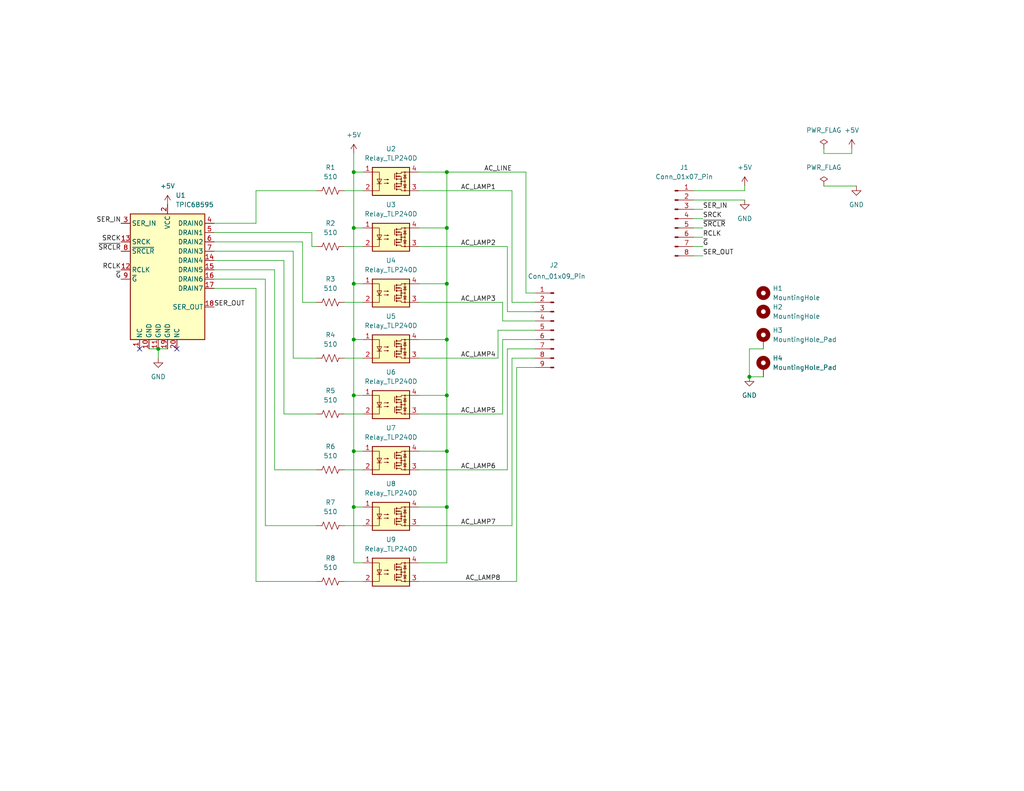
<source format=kicad_sch>
(kicad_sch (version 20231120) (generator "eeschema") (generator_version "8.0")
  (paper "USLetter")
  (lib_symbols
    (symbol "Connector:Conn_01x08_Pin" (pin_names (offset 1.016) hide)
      (property "Reference" "J" (at 0 10.16 0))
      (property "Value" "Conn_01x08_Pin" (at 0 -12.7 0))
      (symbol "Conn_01x08_Pin_1_1"
        (polyline (pts (xy 1.27 -10.16) (xy 0.8636 -10.16)) (stroke (width 0.1524)))
        (polyline (pts (xy 1.27 -7.62) (xy 0.8636 -7.62)) (stroke (width 0.1524)))
        (polyline (pts (xy 1.27 -5.08) (xy 0.8636 -5.08)) (stroke (width 0.1524)))
        (polyline (pts (xy 1.27 -2.54) (xy 0.8636 -2.54)) (stroke (width 0.1524)))
        (polyline (pts (xy 1.27 0) (xy 0.8636 0)) (stroke (width 0.1524)))
        (polyline (pts (xy 1.27 2.54) (xy 0.8636 2.54)) (stroke (width 0.1524)))
        (polyline (pts (xy 1.27 5.08) (xy 0.8636 5.08)) (stroke (width 0.1524)))
        (polyline (pts (xy 1.27 7.62) (xy 0.8636 7.62)) (stroke (width 0.1524)))
        (rectangle (start 0.8636 -10.033) (end 0 -10.287) (stroke (width 0.1524)) (fill (type outline)))
        (rectangle (start 0.8636 -7.493) (end 0 -7.747) (stroke (width 0.1524)) (fill (type outline)))
        (rectangle (start 0.8636 -4.953) (end 0 -5.207) (stroke (width 0.1524)) (fill (type outline)))
        (rectangle (start 0.8636 -2.413) (end 0 -2.667) (stroke (width 0.1524)) (fill (type outline)))
        (rectangle (start 0.8636 0.127) (end 0 -0.127) (stroke (width 0.1524)) (fill (type outline)))
        (rectangle (start 0.8636 2.667) (end 0 2.413) (stroke (width 0.1524)) (fill (type outline)))
        (rectangle (start 0.8636 5.207) (end 0 4.953) (stroke (width 0.1524)) (fill (type outline)))
        (rectangle (start 0.8636 7.747) (end 0 7.493) (stroke (width 0.1524)) (fill (type outline)))
        (pin passive line (at 5.08 7.62 180) (length 3.81) (name "Pin_1") (number "1"))
        (pin passive line (at 5.08 5.08 180) (length 3.81) (name "Pin_2") (number "2"))
        (pin passive line (at 5.08 2.54 180) (length 3.81) (name "Pin_3") (number "3"))
        (pin passive line (at 5.08 0 180) (length 3.81) (name "Pin_4") (number "4"))
        (pin passive line (at 5.08 -2.54 180) (length 3.81) (name "Pin_5") (number "5"))
        (pin passive line (at 5.08 -5.08 180) (length 3.81) (name "Pin_6") (number "6"))
        (pin passive line (at 5.08 -7.62 180) (length 3.81) (name "Pin_7") (number "7"))
        (pin passive line (at 5.08 -10.16 180) (length 3.81) (name "Pin_8") (number "8"))
      )
    )
    (symbol "Connector:Conn_01x09_Pin" (pin_names (offset 1.016) hide)
      (property "Reference" "J" (at 0 12.7 0))
      (property "Value" "Conn_01x09_Pin" (at 0 -12.7 0))
      (symbol "Conn_01x09_Pin_1_1"
        (polyline (pts (xy 1.27 -10.16) (xy 0.8636 -10.16)) (stroke (width 0.1524)))
        (polyline (pts (xy 1.27 -7.62) (xy 0.8636 -7.62)) (stroke (width 0.1524)))
        (polyline (pts (xy 1.27 -5.08) (xy 0.8636 -5.08)) (stroke (width 0.1524)))
        (polyline (pts (xy 1.27 -2.54) (xy 0.8636 -2.54)) (stroke (width 0.1524)))
        (polyline (pts (xy 1.27 0) (xy 0.8636 0)) (stroke (width 0.1524)))
        (polyline (pts (xy 1.27 2.54) (xy 0.8636 2.54)) (stroke (width 0.1524)))
        (polyline (pts (xy 1.27 5.08) (xy 0.8636 5.08)) (stroke (width 0.1524)))
        (polyline (pts (xy 1.27 7.62) (xy 0.8636 7.62)) (stroke (width 0.1524)))
        (polyline (pts (xy 1.27 10.16) (xy 0.8636 10.16)) (stroke (width 0.1524)))
        (rectangle (start 0.8636 -10.033) (end 0 -10.287) (stroke (width 0.1524)) (fill (type outline)))
        (rectangle (start 0.8636 -7.493) (end 0 -7.747) (stroke (width 0.1524)) (fill (type outline)))
        (rectangle (start 0.8636 -4.953) (end 0 -5.207) (stroke (width 0.1524)) (fill (type outline)))
        (rectangle (start 0.8636 -2.413) (end 0 -2.667) (stroke (width 0.1524)) (fill (type outline)))
        (rectangle (start 0.8636 0.127) (end 0 -0.127) (stroke (width 0.1524)) (fill (type outline)))
        (rectangle (start 0.8636 2.667) (end 0 2.413) (stroke (width 0.1524)) (fill (type outline)))
        (rectangle (start 0.8636 5.207) (end 0 4.953) (stroke (width 0.1524)) (fill (type outline)))
        (rectangle (start 0.8636 7.747) (end 0 7.493) (stroke (width 0.1524)) (fill (type outline)))
        (rectangle (start 0.8636 10.287) (end 0 10.033) (stroke (width 0.1524)) (fill (type outline)))
        (pin passive line (at 5.08 10.16 180) (length 3.81) (name "Pin_1") (number "1"))
        (pin passive line (at 5.08 7.62 180) (length 3.81) (name "Pin_2") (number "2"))
        (pin passive line (at 5.08 5.08 180) (length 3.81) (name "Pin_3") (number "3"))
        (pin passive line (at 5.08 2.54 180) (length 3.81) (name "Pin_4") (number "4"))
        (pin passive line (at 5.08 0 180) (length 3.81) (name "Pin_5") (number "5"))
        (pin passive line (at 5.08 -2.54 180) (length 3.81) (name "Pin_6") (number "6"))
        (pin passive line (at 5.08 -5.08 180) (length 3.81) (name "Pin_7") (number "7"))
        (pin passive line (at 5.08 -7.62 180) (length 3.81) (name "Pin_8") (number "8"))
        (pin passive line (at 5.08 -10.16 180) (length 3.81) (name "Pin_9") (number "9"))
      )
    )
    (symbol "Device:R_US" (pin_numbers hide) (pin_names (offset 0))
      (property "Reference" "R" (at 2.54 0 90))
      (property "Value" "R_US" (at -2.54 0 90))
      (symbol "R_US_0_1"
        (polyline (pts (xy 0 -2.286) (xy 0 -2.54)))
        (polyline (pts (xy 0 2.286) (xy 0 2.54)))
        (polyline (pts (xy 0 -0.762) (xy 1.016 -1.143) (xy 0 -1.524) (xy -1.016 -1.905) (xy 0 -2.286)))
        (polyline (pts (xy 0 0.762) (xy 1.016 0.381) (xy 0 0) (xy -1.016 -0.381) (xy 0 -0.762)))
        (polyline (pts (xy 0 2.286) (xy 1.016 1.905) (xy 0 1.524) (xy -1.016 1.143) (xy 0 0.762)))
      )
      (symbol "R_US_1_1"
        (pin passive line (at 0 3.81 270) (length 1.27) (name "~") (number "1"))
        (pin passive line (at 0 -3.81 90) (length 1.27) (name "~") (number "2"))
      )
    )
    (symbol "Library:Relay_TLP240D"
      (property "Reference" "U" (at -5.08 5.08 0))
      (property "Value" "Relay_TLP240D" (at 0 5.08 0))
      (symbol "Relay_TLP240D_0_1"
        (rectangle (start -5.08 3.81) (end 5.08 -3.81) (stroke (width 0.254)) (fill (type background)))
        (polyline (pts (xy -3.81 -0.635) (xy -2.54 -0.635)))
        (polyline (pts (xy 1.016 -0.635) (xy 1.016 -2.159)) (stroke (width 0.2032)))
        (polyline (pts (xy 1.016 2.159) (xy 1.016 0.635)) (stroke (width 0.2032)))
        (polyline (pts (xy 1.524 -0.508) (xy 1.524 -0.762)) (stroke (width 0.3556)))
        (polyline (pts (xy 2.794 0) (xy 3.81 0)))
        (polyline (pts (xy 3.429 -1.651) (xy 4.191 -1.651)))
        (polyline (pts (xy 3.429 1.651) (xy 4.191 1.651)))
        (polyline (pts (xy 3.81 -2.54) (xy 3.81 2.54)))
        (polyline (pts (xy 1.524 -2.032) (xy 1.524 -2.286) (xy 1.524 -2.286)) (stroke (width 0.3556)))
        (polyline (pts (xy 1.524 -1.27) (xy 1.524 -1.524) (xy 1.524 -1.524)) (stroke (width 0.3556)))
        (polyline (pts (xy 1.524 0.762) (xy 1.524 0.508) (xy 1.524 0.508)) (stroke (width 0.3556)))
        (polyline (pts (xy 1.524 1.524) (xy 1.524 1.27) (xy 1.524 1.27)) (stroke (width 0.3556)))
        (polyline (pts (xy 1.524 2.286) (xy 1.524 2.032) (xy 1.524 2.032)) (stroke (width 0.3556)))
        (polyline (pts (xy 1.651 -1.397) (xy 2.794 -1.397) (xy 2.794 -0.635)))
        (polyline (pts (xy 1.651 1.397) (xy 2.794 1.397) (xy 2.794 0.635)))
        (polyline (pts (xy -5.08 2.54) (xy -3.175 2.54) (xy -3.175 -2.54) (xy -5.08 -2.54)))
        (polyline (pts (xy -3.175 -0.635) (xy -3.81 0.635) (xy -2.54 0.635) (xy -3.175 -0.635)))
        (polyline (pts (xy 1.651 -2.159) (xy 2.794 -2.159) (xy 2.794 -2.54) (xy 5.08 -2.54)))
        (polyline (pts (xy 1.651 -0.635) (xy 2.794 -0.635) (xy 2.794 0.635) (xy 1.651 0.635)))
        (polyline (pts (xy 1.651 2.159) (xy 2.794 2.159) (xy 2.794 2.54) (xy 5.08 2.54)))
        (polyline (pts (xy 1.778 -1.397) (xy 2.286 -1.27) (xy 2.286 -1.524) (xy 1.778 -1.397)))
        (polyline (pts (xy 1.778 1.397) (xy 2.286 1.524) (xy 2.286 1.27) (xy 1.778 1.397)))
        (polyline (pts (xy 3.81 -1.651) (xy 3.429 -0.889) (xy 4.191 -0.889) (xy 3.81 -1.651)))
        (polyline (pts (xy 3.81 1.651) (xy 3.429 0.889) (xy 4.191 0.889) (xy 3.81 1.651)))
        (polyline (pts (xy -1.905 -0.508) (xy -0.635 -0.508) (xy -1.016 -0.635) (xy -1.016 -0.381) (xy -0.635 -0.508)))
        (polyline (pts (xy -1.905 0.508) (xy -0.635 0.508) (xy -1.016 0.381) (xy -1.016 0.635) (xy -0.635 0.508)))
        (circle (center 2.794 -0.635) (radius 0.127))
        (circle (center 2.794 0) (radius 0.127))
        (circle (center 2.794 0.635) (radius 0.127))
        (circle (center 3.81 -2.54) (radius 0.127))
        (circle (center 3.81 0) (radius 0.127))
        (circle (center 3.81 2.54) (radius 0.127))
      )
      (symbol "Relay_TLP240D_1_1"
        (pin passive line (at -7.62 2.54 0) (length 2.54) (name "~") (number "1"))
        (pin passive line (at -7.62 -2.54 0) (length 2.54) (name "~") (number "2"))
        (pin passive line (at 7.62 -2.54 180) (length 2.54) (name "~") (number "3"))
        (pin passive line (at 7.62 2.54 180) (length 2.54) (name "~") (number "4"))
      )
    )
    (symbol "Library:TPIC6B595" (pin_names (offset 0.381))
      (property "Reference" "U10" (at 2.1941 17.78 0))
      (property "Value" "TPIC6B595" (at 2.1941 15.24 0))
      (symbol "TPIC6B595_0_1"
        (rectangle (start -10.16 12.7) (end 10.16 -21.59) (stroke (width 0.254)) (fill (type background)))
      )
      (symbol "TPIC6B595_1_1"
        (pin passive line (at -7.62 -24.13 90) (length 2.54) (name "NC") (number "1"))
        (pin power_in line (at -5.08 -24.13 90) (length 2.54) (name "GND") (number "10"))
        (pin power_in line (at -2.54 -24.13 90) (length 2.54) (name "GND") (number "11"))
        (pin input line (at -12.7 -2.54 0) (length 2.54) (name "RCLK") (number "12"))
        (pin input line (at -12.7 5.08 0) (length 2.54) (name "SRCK") (number "13"))
        (pin open_collector line (at 12.7 0 180) (length 2.54) (name "DRAIN4") (number "14"))
        (pin open_collector line (at 12.7 -2.54 180) (length 2.54) (name "DRAIN5") (number "15"))
        (pin open_collector line (at 12.7 -5.08 180) (length 2.54) (name "DRAIN6") (number "16"))
        (pin open_collector line (at 12.7 -7.62 180) (length 2.54) (name "DRAIN7") (number "17"))
        (pin output line (at 12.7 -12.7 180) (length 2.54) (name "SER_OUT") (number "18"))
        (pin power_in line (at 0 -24.13 90) (length 2.54) (name "GND") (number "19"))
        (pin power_in line (at 0 15.24 270) (length 2.54) (name "VCC") (number "2"))
        (pin passive line (at 2.54 -24.13 90) (length 2.54) (name "NC") (number "20"))
        (pin input line (at -12.7 10.16 0) (length 2.54) (name "SER_IN") (number "3"))
        (pin open_collector line (at 12.7 10.16 180) (length 2.54) (name "DRAIN0") (number "4"))
        (pin open_collector line (at 12.7 7.62 180) (length 2.54) (name "DRAIN1") (number "5"))
        (pin open_collector line (at 12.7 5.08 180) (length 2.54) (name "DRAIN2") (number "6"))
        (pin open_collector line (at 12.7 2.54 180) (length 2.54) (name "DRAIN3") (number "7"))
        (pin input line (at -12.7 2.54 0) (length 2.54) (name "~{SRCLR}") (number "8"))
        (pin input line (at -12.7 -5.08 0) (length 2.54) (name "~{G}") (number "9"))
      )
    )
    (symbol "Mechanical:MountingHole" (pin_names (offset 1.016)) (exclude_from_sim yes) (in_bom no)
      (property "Reference" "H" (at 0 5.08 0))
      (property "Value" "MountingHole" (at 0 3.175 0))
      (symbol "MountingHole_0_1"
        (circle (center 0 0) (radius 1.27) (stroke (width 1.27)))
      )
    )
    (symbol "Mechanical:MountingHole_Pad" (pin_numbers hide) (pin_names (offset 1.016) hide) (exclude_from_sim yes) (in_bom no)
      (property "Reference" "H" (at 0 6.35 0))
      (property "Value" "MountingHole_Pad" (at 0 4.445 0))
      (symbol "MountingHole_Pad_0_1"
        (circle (center 0 1.27) (radius 1.27) (stroke (width 1.27)))
      )
      (symbol "MountingHole_Pad_1_1"
        (pin input line (at 0 -2.54 90) (length 2.54) (name "1") (number "1"))
      )
    )
    (symbol "power:+5V" (power) (pin_numbers hide) (pin_names (offset 0) hide)
      (property "Value" "+5V" (at 0 3.556 0))
      (symbol "+5V_0_1"
        (polyline (pts (xy -0.762 1.27) (xy 0 2.54)))
        (polyline (pts (xy 0 0) (xy 0 2.54)))
        (polyline (pts (xy 0 2.54) (xy 0.762 1.27)))
      )
      (symbol "+5V_1_1"
        (pin power_in line (at 0 0 90) (length 0) (name "~") (number "1"))
      )
    )
    (symbol "power:GND" (power) (pin_numbers hide) (pin_names (offset 0) hide)
      (property "Value" "GND" (at 0 -3.81 0))
      (symbol "GND_0_1"
        (polyline (pts (xy 0 0) (xy 0 -1.27) (xy 1.27 -1.27) (xy 0 -2.54) (xy -1.27 -1.27) (xy 0 -1.27)))
      )
      (symbol "GND_1_1"
        (pin power_in line (at 0 0 270) (length 0) (name "~") (number "1"))
      )
    )
    (symbol "power:PWR_FLAG" (power) (pin_numbers hide) (pin_names (offset 0) hide)
      (property "Value" "PWR_FLAG" (at 0 3.81 0))
      (symbol "PWR_FLAG_0_0"
        (pin power_out line (at 0 0 90) (length 0) (name "~") (number "1"))
      )
      (symbol "PWR_FLAG_0_1"
        (polyline (pts (xy 0 0) (xy 0 1.27) (xy -1.016 1.905) (xy 0 2.54) (xy 1.016 1.905) (xy 0 1.27)))
      )
    )
  )
  (junction (at 96.52 46.99))
  (junction (at 121.92 123.19))
  (junction (at 96.52 77.47))
  (junction (at 96.52 123.19))
  (junction (at 96.52 62.23))
  (junction (at 121.92 107.95))
  (junction (at 121.92 138.43))
  (junction (at 121.92 92.71))
  (junction (at 121.92 46.99))
  (junction (at 43.18 95.25))
  (junction (at 96.52 138.43))
  (junction (at 96.52 92.71))
  (junction (at 96.52 107.95))
  (junction (at 121.92 62.23))
  (junction (at 121.92 77.47))
  (junction (at 204.47 102.87))
  (no_connect (at 38.1 95.25))
  (no_connect (at 48.26 95.25))
  (wire (pts (xy 139.7 52.07) (xy 139.7 82.55)))
  (wire (pts (xy 208.28 95.25) (xy 204.47 95.25)))
  (wire (pts (xy 96.52 77.47) (xy 96.52 92.71)))
  (wire (pts (xy 137.16 92.71) (xy 146.05 92.71)))
  (wire (pts (xy 189.23 54.61) (xy 203.2 54.61)))
  (wire (pts (xy 138.43 85.09) (xy 146.05 85.09)))
  (wire (pts (xy 96.52 107.95) (xy 99.06 107.95)))
  (wire (pts (xy 224.79 41.91) (xy 232.41 41.91)))
  (wire (pts (xy 114.3 77.47) (xy 121.92 77.47)))
  (wire (pts (xy 74.93 73.66) (xy 74.93 128.27)))
  (wire (pts (xy 93.98 82.55) (xy 99.06 82.55)))
  (wire (pts (xy 93.98 113.03) (xy 99.06 113.03)))
  (wire (pts (xy 74.93 128.27) (xy 86.36 128.27)))
  (wire (pts (xy 139.7 97.79) (xy 146.05 97.79)))
  (wire (pts (xy 93.98 143.51) (xy 99.06 143.51)))
  (wire (pts (xy 114.3 128.27) (xy 138.43 128.27)))
  (wire (pts (xy 114.3 52.07) (xy 139.7 52.07)))
  (wire (pts (xy 82.55 66.04) (xy 82.55 82.55)))
  (wire (pts (xy 77.47 71.12) (xy 77.47 113.03)))
  (wire (pts (xy 72.39 143.51) (xy 86.36 143.51)))
  (wire (pts (xy 58.42 76.2) (xy 72.39 76.2)))
  (wire (pts (xy 58.42 60.96) (xy 69.85 60.96)))
  (wire (pts (xy 114.3 107.95) (xy 121.92 107.95)))
  (wire (pts (xy 204.47 102.87) (xy 208.28 102.87)))
  (wire (pts (xy 69.85 78.74) (xy 69.85 158.75)))
  (wire (pts (xy 85.09 63.5) (xy 85.09 67.31)))
  (wire (pts (xy 114.3 46.99) (xy 121.92 46.99)))
  (wire (pts (xy 139.7 143.51) (xy 139.7 97.79)))
  (wire (pts (xy 143.51 80.01) (xy 146.05 80.01)))
  (wire (pts (xy 143.51 46.99) (xy 143.51 80.01)))
  (wire (pts (xy 96.52 138.43) (xy 99.06 138.43)))
  (wire (pts (xy 69.85 60.96) (xy 69.85 52.07)))
  (wire (pts (xy 58.42 63.5) (xy 85.09 63.5)))
  (wire (pts (xy 96.52 46.99) (xy 96.52 62.23)))
  (wire (pts (xy 232.41 40.64) (xy 232.41 41.91)))
  (wire (pts (xy 138.43 95.25) (xy 146.05 95.25)))
  (wire (pts (xy 93.98 67.31) (xy 99.06 67.31)))
  (wire (pts (xy 43.18 95.25) (xy 43.18 97.79)))
  (wire (pts (xy 114.3 92.71) (xy 121.92 92.71)))
  (wire (pts (xy 121.92 77.47) (xy 121.92 62.23)))
  (wire (pts (xy 121.92 153.67) (xy 114.3 153.67)))
  (wire (pts (xy 69.85 52.07) (xy 86.36 52.07)))
  (wire (pts (xy 140.97 158.75) (xy 140.97 100.33)))
  (wire (pts (xy 96.52 123.19) (xy 99.06 123.19)))
  (wire (pts (xy 189.23 62.23) (xy 191.77 62.23)))
  (wire (pts (xy 114.3 143.51) (xy 139.7 143.51)))
  (wire (pts (xy 96.52 123.19) (xy 96.52 138.43)))
  (wire (pts (xy 58.42 71.12) (xy 77.47 71.12)))
  (wire (pts (xy 72.39 76.2) (xy 72.39 143.51)))
  (wire (pts (xy 121.92 92.71) (xy 121.92 107.95)))
  (wire (pts (xy 93.98 52.07) (xy 99.06 52.07)))
  (wire (pts (xy 114.3 97.79) (xy 135.89 97.79)))
  (wire (pts (xy 114.3 158.75) (xy 140.97 158.75)))
  (wire (pts (xy 137.16 113.03) (xy 137.16 92.71)))
  (wire (pts (xy 135.89 90.17) (xy 146.05 90.17)))
  (wire (pts (xy 96.52 92.71) (xy 99.06 92.71)))
  (wire (pts (xy 121.92 46.99) (xy 143.51 46.99)))
  (wire (pts (xy 114.3 113.03) (xy 137.16 113.03)))
  (wire (pts (xy 77.47 113.03) (xy 86.36 113.03)))
  (wire (pts (xy 96.52 62.23) (xy 96.52 77.47)))
  (wire (pts (xy 80.01 97.79) (xy 86.36 97.79)))
  (wire (pts (xy 58.42 73.66) (xy 74.93 73.66)))
  (wire (pts (xy 82.55 82.55) (xy 86.36 82.55)))
  (wire (pts (xy 96.52 41.91) (xy 96.52 46.99)))
  (wire (pts (xy 121.92 138.43) (xy 121.92 153.67)))
  (wire (pts (xy 224.79 50.8) (xy 233.68 50.8)))
  (wire (pts (xy 114.3 82.55) (xy 137.16 82.55)))
  (wire (pts (xy 138.43 67.31) (xy 138.43 85.09)))
  (wire (pts (xy 121.92 77.47) (xy 121.92 92.71)))
  (wire (pts (xy 137.16 82.55) (xy 137.16 87.63)))
  (wire (pts (xy 93.98 97.79) (xy 99.06 97.79)))
  (wire (pts (xy 189.23 69.85) (xy 191.77 69.85)))
  (wire (pts (xy 138.43 128.27) (xy 138.43 95.25)))
  (wire (pts (xy 203.2 52.07) (xy 203.2 50.8)))
  (wire (pts (xy 121.92 62.23) (xy 121.92 46.99)))
  (wire (pts (xy 80.01 68.58) (xy 80.01 97.79)))
  (wire (pts (xy 146.05 100.33) (xy 140.97 100.33)))
  (wire (pts (xy 96.52 77.47) (xy 99.06 77.47)))
  (wire (pts (xy 96.52 138.43) (xy 96.52 153.67)))
  (wire (pts (xy 121.92 123.19) (xy 121.92 138.43)))
  (wire (pts (xy 96.52 107.95) (xy 96.52 123.19)))
  (wire (pts (xy 93.98 158.75) (xy 99.06 158.75)))
  (wire (pts (xy 189.23 67.31) (xy 191.77 67.31)))
  (wire (pts (xy 69.85 158.75) (xy 86.36 158.75)))
  (wire (pts (xy 96.52 46.99) (xy 99.06 46.99)))
  (wire (pts (xy 85.09 67.31) (xy 86.36 67.31)))
  (wire (pts (xy 189.23 59.69) (xy 191.77 59.69)))
  (wire (pts (xy 121.92 107.95) (xy 121.92 123.19)))
  (wire (pts (xy 204.47 95.25) (xy 204.47 102.87)))
  (wire (pts (xy 40.64 95.25) (xy 43.18 95.25)))
  (wire (pts (xy 114.3 62.23) (xy 121.92 62.23)))
  (wire (pts (xy 96.52 92.71) (xy 96.52 107.95)))
  (wire (pts (xy 114.3 123.19) (xy 121.92 123.19)))
  (wire (pts (xy 224.79 41.91) (xy 224.79 40.64)))
  (wire (pts (xy 189.23 52.07) (xy 203.2 52.07)))
  (wire (pts (xy 96.52 62.23) (xy 99.06 62.23)))
  (wire (pts (xy 135.89 97.79) (xy 135.89 90.17)))
  (wire (pts (xy 43.18 95.25) (xy 45.72 95.25)))
  (wire (pts (xy 114.3 138.43) (xy 121.92 138.43)))
  (wire (pts (xy 137.16 87.63) (xy 146.05 87.63)))
  (wire (pts (xy 58.42 66.04) (xy 82.55 66.04)))
  (wire (pts (xy 114.3 67.31) (xy 138.43 67.31)))
  (wire (pts (xy 139.7 82.55) (xy 146.05 82.55)))
  (wire (pts (xy 58.42 68.58) (xy 80.01 68.58)))
  (wire (pts (xy 93.98 128.27) (xy 99.06 128.27)))
  (wire (pts (xy 96.52 153.67) (xy 99.06 153.67)))
  (wire (pts (xy 58.42 78.74) (xy 69.85 78.74)))
  (wire (pts (xy 189.23 57.15) (xy 191.77 57.15)))
  (wire (pts (xy 189.23 64.77) (xy 191.77 64.77)))
  (label "~{SRCLR}" (at 33.02 68.58 180))
  (label "AC_LAMP2" (at 125.73 67.31 0))
  (label "AC_LAMP1" (at 125.73 52.07 0))
  (label "SER_OUT" (at 58.42 83.82 0))
  (label "~{SRCLR}" (at 191.77 62.23 0))
  (label "SER_IN" (at 33.02 60.96 180))
  (label "SRCK" (at 191.77 59.69 0))
  (label "SRCK" (at 33.02 66.04 180))
  (label "RCLK" (at 191.77 64.77 0))
  (label "SER_IN" (at 191.77 57.15 0))
  (label "SER_OUT" (at 191.77 69.85 0))
  (label "~{G}" (at 33.02 76.2 180))
  (label "AC_LAMP7" (at 125.73 143.51 0))
  (label "AC_LAMP3" (at 125.73 82.55 0))
  (label "AC_LAMP8" (at 127 158.75 0))
  (label "AC_LINE" (at 132.08 46.99 0))
  (label "~{G}" (at 191.77 67.31 0))
  (label "AC_LAMP6" (at 125.73 128.27 0))
  (label "AC_LAMP5" (at 125.73 113.03 0))
  (label "RCLK" (at 33.02 73.66 180))
  (label "AC_LAMP4" (at 125.73 97.79 0))
  (symbol (lib_id "power:GND") (at 233.68 50.8 0) (unit 1)
    (property "Reference" "#PWR07" (effects (hide yes)))
    (property "Value" "GND" (at 233.68 55.88 0))
    (property "Description" "Power symbol creates a global label with name \"GND\" , ground" (effects (hide yes)))
  )
  (symbol (lib_id "power:+5V") (at 45.72 55.88 0) (unit 1)
    (property "Reference" "#PWR03" (effects (hide yes)))
    (property "Value" "+5V" (at 45.72 50.8 0))
    (property "Description" "Power symbol creates a global label with name \"+5V\"" (effects (hide yes)))
  )
  (symbol (lib_id "Connector:Conn_01x08_Pin") (at 184.15 59.69 0) (unit 1)
    (property "Reference" "J1" (at 186.69 45.72 0))
    (property "Value" "Conn_01x07_Pin" (at 186.69 48.26 0))
    (property "Footprint" "Connector_PinHeader_2.54mm:PinHeader_1x08_P2.54mm_Horizontal" (effects (hide yes)))
    (property "Description" "Generic connector, single row, 01x08, script generated" (effects (hide yes)))
  )
  (symbol (lib_id "Library:Relay_TLP240D") (at 106.68 95.25 0) (unit 1)
    (property "Reference" "U5" (at 106.68 86.36 0))
    (property "Value" "Relay_TLP240D" (at 106.68 88.9 0))
    (property "Footprint" "Library:TLP240D LF1" (effects (hide yes)))
    (property "Datasheet" "https://toshiba.semicon-storage.com/info/TLP240D_datasheet_en_20230525.pdf?did=13993&prodName=TLP240D" (effects (hide yes)))
    (property "Description" "Form A, Solid State Relay (Photo MOSFET) 200V, 0.25A, 8Ohm" (effects (hide yes)))
  )
  (symbol (lib_id "Library:Relay_TLP240D") (at 106.68 110.49 0) (unit 1)
    (property "Reference" "U6" (at 106.68 101.6 0))
    (property "Value" "Relay_TLP240D" (at 106.68 104.14 0))
    (property "Footprint" "Library:TLP240D LF1" (effects (hide yes)))
    (property "Datasheet" "https://toshiba.semicon-storage.com/info/TLP240D_datasheet_en_20230525.pdf?did=13993&prodName=TLP240D" (effects (hide yes)))
    (property "Description" "Form A, Solid State Relay (Photo MOSFET) 200V, 0.25A, 8Ohm" (effects (hide yes)))
  )
  (symbol (lib_id "Library:Relay_TLP240D") (at 106.68 156.21 0) (unit 1)
    (property "Reference" "U9" (at 106.68 147.32 0))
    (property "Value" "Relay_TLP240D" (at 106.68 149.86 0))
    (property "Footprint" "Library:TLP240D LF1" (effects (hide yes)))
    (property "Datasheet" "https://toshiba.semicon-storage.com/info/TLP240D_datasheet_en_20230525.pdf?did=13993&prodName=TLP240D" (effects (hide yes)))
    (property "Description" "Form A, Solid State Relay (Photo MOSFET) 200V, 0.25A, 8Ohm" (effects (hide yes)))
  )
  (symbol (lib_id "Device:R_US") (at 90.17 158.75 90) (unit 1)
    (property "Reference" "R8" (at 90.17 152.4 90))
    (property "Value" "510" (at 90.17 154.94 90))
    (property "Footprint" "Resistor_SMD:R_0805_2012Metric_Pad1.20x1.40mm_HandSolder" (effects (hide yes)))
    (property "Description" "Resistor, US symbol" (effects (hide yes)))
  )
  (symbol (lib_id "Device:R_US") (at 90.17 97.79 90) (unit 1)
    (property "Reference" "R4" (at 90.17 91.44 90))
    (property "Value" "510" (at 90.17 93.98 90))
    (property "Footprint" "Resistor_SMD:R_0805_2012Metric_Pad1.20x1.40mm_HandSolder" (effects (hide yes)))
    (property "Description" "Resistor, US symbol" (effects (hide yes)))
  )
  (symbol (lib_id "power:GND") (at 43.18 97.79 0) (unit 1)
    (property "Reference" "#PWR02" (effects (hide yes)))
    (property "Value" "GND" (at 43.18 102.87 0))
    (property "Description" "Power symbol creates a global label with name \"GND\" , ground" (effects (hide yes)))
  )
  (symbol (lib_id "Device:R_US") (at 90.17 143.51 90) (unit 1)
    (property "Reference" "R7" (at 90.17 137.16 90))
    (property "Value" "510" (at 90.17 139.7 90))
    (property "Footprint" "Resistor_SMD:R_0805_2012Metric_Pad1.20x1.40mm_HandSolder" (effects (hide yes)))
    (property "Description" "Resistor, US symbol" (effects (hide yes)))
  )
  (symbol (lib_id "Mechanical:MountingHole_Pad") (at 208.28 92.71 0) (unit 1) (exclude_from_sim yes) (in_bom no)
    (property "Reference" "H3" (at 210.82 90.1699 0) (effects (justify left)))
    (property "Value" "MountingHole_Pad" (at 210.82 92.7099 0) (effects (justify left)))
    (property "Footprint" "MountingHole:MountingHole_3.2mm_M3_DIN965_Pad" (effects (hide yes)))
    (property "Description" "Mounting Hole with connection" (effects (hide yes)))
  )
  (symbol (lib_id "Mechanical:MountingHole") (at 208.28 80.01 0) (unit 1) (exclude_from_sim yes) (in_bom no)
    (property "Reference" "H1" (at 210.82 78.7399 0) (effects (justify left)))
    (property "Value" "MountingHole" (at 210.82 81.2799 0) (effects (justify left)))
    (property "Footprint" "MountingHole:MountingHole_3.2mm_M3_ISO14580" (effects (hide yes)))
    (property "Description" "Mounting Hole without connection" (effects (hide yes)))
  )
  (symbol (lib_id "Library:Relay_TLP240D") (at 106.68 49.53 0) (unit 1)
    (property "Reference" "U2" (at 106.68 40.64 0))
    (property "Value" "Relay_TLP240D" (at 106.68 43.18 0))
    (property "Footprint" "Library:TLP240D LF1" (effects (hide yes)))
    (property "Datasheet" "https://toshiba.semicon-storage.com/info/TLP240D_datasheet_en_20230525.pdf?did=13993&prodName=TLP240D" (effects (hide yes)))
    (property "Description" "Form A, Solid State Relay (Photo MOSFET) 200V, 0.25A, 8Ohm" (effects (hide yes)))
  )
  (symbol (lib_id "Library:TPIC6B595") (at 45.72 71.12 0) (unit 1)
    (property "Reference" "U1" (at 47.9141 53.34 0) (effects (justify left)))
    (property "Value" "TPIC6B595" (at 47.9141 55.88 0) (effects (justify left)))
    (property "Footprint" "Package_SO:SOIC-20W_7.5x12.8mm_P1.27mm" (effects (hide yes)))
    (property "Datasheet" "http://www.ti.com/lit/ds/symlink/tpic6595.pdf" (effects (hide yes)))
    (property "Description" "Power Logic 8-bit Shift Register, DIP-20/SOIC-20" (effects (hide yes)))
  )
  (symbol (lib_id "power:GND") (at 203.2 54.61 0) (unit 1)
    (property "Reference" "#PWR05" (effects (hide yes)))
    (property "Value" "GND" (at 203.2 59.69 0))
    (property "Description" "Power symbol creates a global label with name \"GND\" , ground" (effects (hide yes)))
  )
  (symbol (lib_id "Device:R_US") (at 90.17 67.31 90) (unit 1)
    (property "Reference" "R2" (at 90.17 60.96 90))
    (property "Value" "510" (at 90.17 63.5 90))
    (property "Footprint" "Resistor_SMD:R_0805_2012Metric_Pad1.20x1.40mm_HandSolder" (effects (hide yes)))
    (property "Description" "Resistor, US symbol" (effects (hide yes)))
  )
  (symbol (lib_id "power:GND") (at 204.47 102.87 0) (unit 1)
    (property "Reference" "#PWR08" (effects (hide yes)))
    (property "Value" "GND" (at 204.47 107.95 0))
    (property "Description" "Power symbol creates a global label with name \"GND\" , ground" (effects (hide yes)))
  )
  (symbol (lib_id "power:PWR_FLAG") (at 224.79 40.64 0) (unit 1)
    (property "Reference" "#FLG02" (effects (hide yes)))
    (property "Value" "PWR_FLAG" (at 224.79 35.56 0))
    (property "Description" "Special symbol for telling ERC where power comes from" (effects (hide yes)))
  )
  (symbol (lib_id "Library:Relay_TLP240D") (at 106.68 80.01 0) (unit 1)
    (property "Reference" "U4" (at 106.68 71.12 0))
    (property "Value" "Relay_TLP240D" (at 106.68 73.66 0))
    (property "Footprint" "Library:TLP240D LF1" (effects (hide yes)))
    (property "Datasheet" "https://toshiba.semicon-storage.com/info/TLP240D_datasheet_en_20230525.pdf?did=13993&prodName=TLP240D" (effects (hide yes)))
    (property "Description" "Form A, Solid State Relay (Photo MOSFET) 200V, 0.25A, 8Ohm" (effects (hide yes)))
  )
  (symbol (lib_id "Device:R_US") (at 90.17 82.55 90) (unit 1)
    (property "Reference" "R3" (at 90.17 76.2 90))
    (property "Value" "510" (at 90.17 78.74 90))
    (property "Footprint" "Resistor_SMD:R_0805_2012Metric_Pad1.20x1.40mm_HandSolder" (effects (hide yes)))
    (property "Description" "Resistor, US symbol" (effects (hide yes)))
  )
  (symbol (lib_id "Mechanical:MountingHole_Pad") (at 208.28 100.33 0) (unit 1) (exclude_from_sim yes) (in_bom no)
    (property "Reference" "H4" (at 210.82 97.7899 0) (effects (justify left)))
    (property "Value" "MountingHole_Pad" (at 210.82 100.3299 0) (effects (justify left)))
    (property "Footprint" "MountingHole:MountingHole_3.2mm_M3_DIN965_Pad" (effects (hide yes)))
    (property "Description" "Mounting Hole with connection" (effects (hide yes)))
  )
  (symbol (lib_id "Library:Relay_TLP240D") (at 106.68 140.97 0) (unit 1)
    (property "Reference" "U8" (at 106.68 132.08 0))
    (property "Value" "Relay_TLP240D" (at 106.68 134.62 0))
    (property "Footprint" "Library:TLP240D LF1" (effects (hide yes)))
    (property "Datasheet" "https://toshiba.semicon-storage.com/info/TLP240D_datasheet_en_20230525.pdf?did=13993&prodName=TLP240D" (effects (hide yes)))
    (property "Description" "Form A, Solid State Relay (Photo MOSFET) 200V, 0.25A, 8Ohm" (effects (hide yes)))
  )
  (symbol (lib_id "power:+5V") (at 96.52 41.91 0) (unit 1)
    (property "Reference" "#PWR01" (effects (hide yes)))
    (property "Value" "+5V" (at 96.52 36.83 0))
    (property "Description" "Power symbol creates a global label with name \"+5V\"" (effects (hide yes)))
  )
  (symbol (lib_id "power:+5V") (at 203.2 50.8 0) (unit 1)
    (property "Reference" "#PWR04" (effects (hide yes)))
    (property "Value" "+5V" (at 203.2 45.72 0))
    (property "Description" "Power symbol creates a global label with name \"+5V\"" (effects (hide yes)))
  )
  (symbol (lib_id "Library:Relay_TLP240D") (at 106.68 64.77 0) (unit 1)
    (property "Reference" "U3" (at 106.68 55.88 0))
    (property "Value" "Relay_TLP240D" (at 106.68 58.42 0))
    (property "Footprint" "Library:TLP240D LF1" (effects (hide yes)))
    (property "Datasheet" "https://toshiba.semicon-storage.com/info/TLP240D_datasheet_en_20230525.pdf?did=13993&prodName=TLP240D" (effects (hide yes)))
    (property "Description" "Form A, Solid State Relay (Photo MOSFET) 200V, 0.25A, 8Ohm" (effects (hide yes)))
  )
  (symbol (lib_id "Connector:Conn_01x09_Pin") (at 151.13 90.17 0) (mirror y) (unit 1)
    (property "Reference" "J2" (at 151.13 72.39 0))
    (property "Value" "Conn_01x09_Pin" (at 151.892 75.438 0))
    (property "Footprint" "TerminalBlock_Phoenix:TerminalBlock_Phoenix_MKDS-1,5-9-5.08_1x09_P5.08mm_Horizontal" (effects (hide yes)))
    (property "Description" "Generic connector, single row, 01x09, script generated" (effects (hide yes)))
  )
  (symbol (lib_id "power:+5V") (at 232.41 40.64 0) (unit 1)
    (property "Reference" "#PWR06" (effects (hide yes)))
    (property "Value" "+5V" (at 232.41 35.56 0))
    (property "Description" "Power symbol creates a global label with name \"+5V\"" (effects (hide yes)))
  )
  (symbol (lib_id "Library:Relay_TLP240D") (at 106.68 125.73 0) (unit 1)
    (property "Reference" "U7" (at 106.68 116.84 0))
    (property "Value" "Relay_TLP240D" (at 106.68 119.38 0))
    (property "Footprint" "Library:TLP240D LF1" (effects (hide yes)))
    (property "Datasheet" "https://toshiba.semicon-storage.com/info/TLP240D_datasheet_en_20230525.pdf?did=13993&prodName=TLP240D" (effects (hide yes)))
    (property "Description" "Form A, Solid State Relay (Photo MOSFET) 200V, 0.25A, 8Ohm" (effects (hide yes)))
  )
  (symbol (lib_id "Mechanical:MountingHole") (at 208.28 85.09 0) (unit 1) (exclude_from_sim yes) (in_bom no)
    (property "Reference" "H2" (at 210.82 83.8199 0) (effects (justify left)))
    (property "Value" "MountingHole" (at 210.82 86.3599 0) (effects (justify left)))
    (property "Footprint" "MountingHole:MountingHole_3.2mm_M3_ISO14580" (effects (hide yes)))
    (property "Description" "Mounting Hole without connection" (effects (hide yes)))
  )
  (symbol (lib_id "Device:R_US") (at 90.17 52.07 90) (unit 1)
    (property "Reference" "R1" (at 90.17 45.72 90))
    (property "Value" "510" (at 90.17 48.26 90))
    (property "Footprint" "Resistor_SMD:R_0805_2012Metric_Pad1.20x1.40mm_HandSolder" (effects (hide yes)))
    (property "Description" "Resistor, US symbol" (effects (hide yes)))
  )
  (symbol (lib_id "Device:R_US") (at 90.17 113.03 90) (unit 1)
    (property "Reference" "R5" (at 90.17 106.68 90))
    (property "Value" "510" (at 90.17 109.22 90))
    (property "Footprint" "Resistor_SMD:R_0805_2012Metric_Pad1.20x1.40mm_HandSolder" (effects (hide yes)))
    (property "Description" "Resistor, US symbol" (effects (hide yes)))
  )
  (symbol (lib_id "Device:R_US") (at 90.17 128.27 90) (unit 1)
    (property "Reference" "R6" (at 90.17 121.92 90))
    (property "Value" "510" (at 90.17 124.46 90))
    (property "Footprint" "Resistor_SMD:R_0805_2012Metric_Pad1.20x1.40mm_HandSolder" (effects (hide yes)))
    (property "Description" "Resistor, US symbol" (effects (hide yes)))
  )
  (symbol (lib_id "power:PWR_FLAG") (at 224.79 50.8 0) (unit 1)
    (property "Reference" "#FLG01" (effects (hide yes)))
    (property "Value" "PWR_FLAG" (at 224.79 45.72 0))
    (property "Description" "Special symbol for telling ERC where power comes from" (effects (hide yes)))
  )
)
</source>
